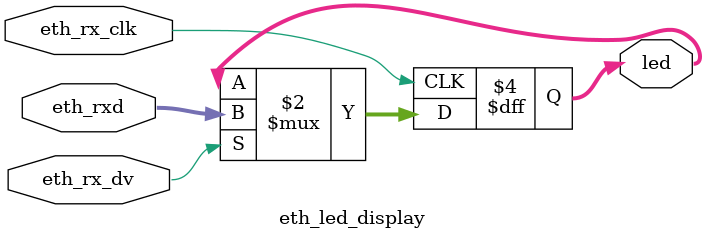
<source format=v>

module eth_led_display (
    // MII Receive Interface
    input wire eth_rx_clk,      // MII receive clock (25 MHz)
    input wire eth_rx_dv,       // MII receive data valid
    input wire [3:0] eth_rxd,   // MII receive data
    
    // LED Outputs
    output reg [3:0] led        // LED outputs to display received data
);

    // Capture and display received data when valid
    always @(posedge eth_rx_clk) begin
        if (eth_rx_dv) begin
            // When data is valid, capture and display on LEDs
            led <= eth_rxd;
        end
        // Note: LEDs will hold the last valid data when eth_rx_dv is low
    end

endmodule


</source>
